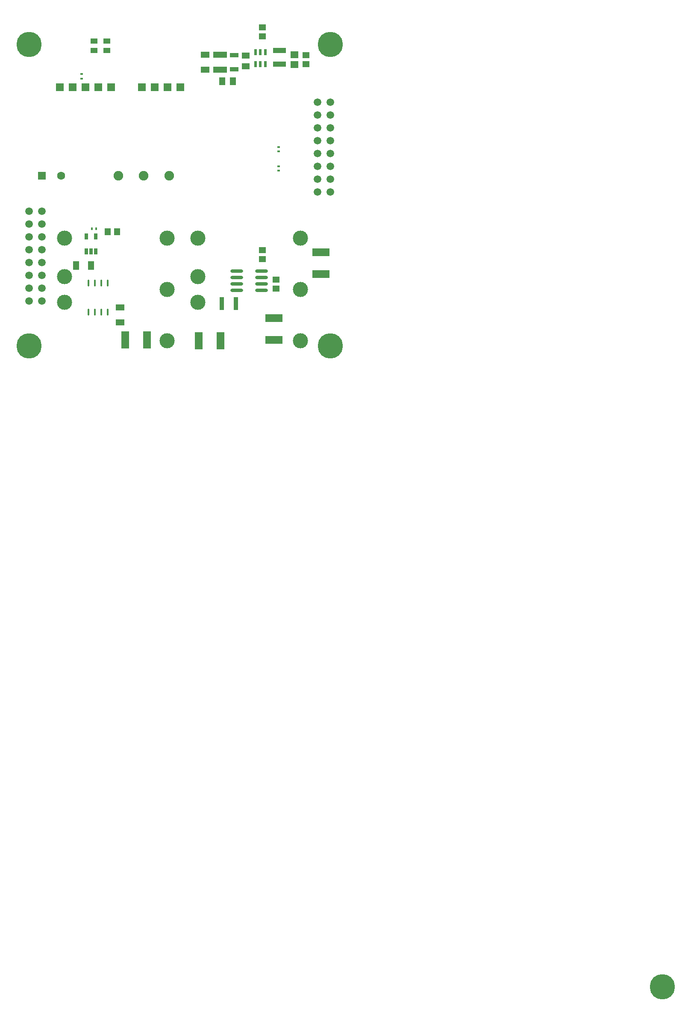
<source format=gbr>
G04 Layer_Color=255*
%FSLAX26Y26*%
%MOIN*%
%TF.FileFunction,Pads,Bot*%
%TF.Part,Single*%
G01*
G75*
%TA.AperFunction,SMDPad,CuDef*%
%ADD11R,0.037402X0.102362*%
%ADD12R,0.045276X0.057087*%
%ADD13R,0.059055X0.049213*%
%TA.AperFunction,ComponentPad*%
%ADD18C,0.059055*%
%TA.AperFunction,ViaPad*%
%ADD19C,0.196850*%
%TA.AperFunction,ComponentPad*%
%ADD20R,0.060000X0.060000*%
%ADD21R,0.060000X0.060000*%
%ADD22C,0.118110*%
%ADD23C,0.074803*%
%ADD24R,0.062992X0.062992*%
%ADD25C,0.062992*%
%TA.AperFunction,SMDPad,CuDef*%
%ADD27R,0.057087X0.045276*%
%ADD28O,0.098425X0.027559*%
%ADD29R,0.066929X0.037402*%
%ADD30R,0.106299X0.045276*%
%ADD31R,0.070866X0.045276*%
%ADD32R,0.061024X0.053150*%
%ADD33R,0.137795X0.062992*%
%ADD34R,0.062992X0.137795*%
%ADD35R,0.102362X0.043307*%
%ADD36R,0.049213X0.059055*%
%ADD37R,0.021654X0.051181*%
%ADD38R,0.017716X0.021654*%
G04:AMPARAMS|DCode=39|XSize=25.591mil|YSize=47.244mil|CornerRadius=1.919mil|HoleSize=0mil|Usage=FLASHONLY|Rotation=0.000|XOffset=0mil|YOffset=0mil|HoleType=Round|Shape=RoundedRectangle|*
%AMROUNDEDRECTD39*
21,1,0.025591,0.043406,0,0,0.0*
21,1,0.021752,0.047244,0,0,0.0*
1,1,0.003839,0.010876,-0.021703*
1,1,0.003839,-0.010876,-0.021703*
1,1,0.003839,-0.010876,0.021703*
1,1,0.003839,0.010876,0.021703*
%
%ADD39ROUNDEDRECTD39*%
%ADD40R,0.045276X0.070866*%
%ADD41O,0.013780X0.055118*%
%ADD42R,0.055118X0.041339*%
%ADD43R,0.021654X0.017716*%
D11*
X1467024Y-2541629D02*
D03*
X1356788D02*
D03*
D12*
X538284Y-1982063D02*
D03*
X467417D02*
D03*
D13*
X1541850Y-609779D02*
D03*
Y-692457D02*
D03*
D18*
X2202850Y-972063D02*
D03*
Y-1072063D02*
D03*
Y-1172063D02*
D03*
Y-1272063D02*
D03*
Y-1372063D02*
D03*
X2102850Y-972063D02*
D03*
Y-1072063D02*
D03*
Y-1172063D02*
D03*
Y-1272063D02*
D03*
Y-1372063D02*
D03*
X2202850Y-1472063D02*
D03*
Y-1572063D02*
D03*
Y-1672063D02*
D03*
X2102850Y-1472063D02*
D03*
Y-1572063D02*
D03*
Y-1672063D02*
D03*
X-47150Y-1822063D02*
D03*
Y-1922063D02*
D03*
Y-2022063D02*
D03*
Y-2122063D02*
D03*
Y-2222063D02*
D03*
X-147150Y-1822063D02*
D03*
Y-1922063D02*
D03*
Y-2022063D02*
D03*
Y-2122063D02*
D03*
Y-2222063D02*
D03*
X-47150Y-2322063D02*
D03*
Y-2422063D02*
D03*
Y-2522063D02*
D03*
X-147150Y-2322063D02*
D03*
Y-2422063D02*
D03*
Y-2522063D02*
D03*
D19*
X4791394Y-7871203D02*
D03*
X-147150Y-2872063D02*
D03*
X2202850D02*
D03*
X-147150Y-522063D02*
D03*
X2202850D02*
D03*
D20*
X393662Y-857181D02*
D03*
X293662D02*
D03*
X193662D02*
D03*
X93662D02*
D03*
X493662D02*
D03*
D21*
X1031850D02*
D03*
X931850D02*
D03*
X831850D02*
D03*
X731850D02*
D03*
D22*
X927850Y-2033559D02*
D03*
Y-2433559D02*
D03*
Y-2833559D02*
D03*
X127850Y-2033559D02*
D03*
Y-2533559D02*
D03*
Y-2333559D02*
D03*
X1967890Y-2831984D02*
D03*
Y-2031984D02*
D03*
X1167890Y-2531984D02*
D03*
Y-2331984D02*
D03*
Y-2031984D02*
D03*
X1967890Y-2431984D02*
D03*
D23*
X548126Y-1547063D02*
D03*
X944976D02*
D03*
X746551D02*
D03*
D24*
X-47150D02*
D03*
D25*
X101669D02*
D03*
D27*
X1672848Y-2197497D02*
D03*
Y-2126631D02*
D03*
X1779904Y-2426063D02*
D03*
Y-2355197D02*
D03*
X2011850Y-676553D02*
D03*
Y-605687D02*
D03*
X1671614Y-388678D02*
D03*
Y-459544D02*
D03*
D28*
X1666566Y-2288535D02*
D03*
Y-2338535D02*
D03*
Y-2388535D02*
D03*
Y-2438535D02*
D03*
X1473654Y-2288535D02*
D03*
Y-2338535D02*
D03*
Y-2388535D02*
D03*
Y-2438535D02*
D03*
D29*
X1451850Y-716239D02*
D03*
Y-606001D02*
D03*
D30*
X1341850Y-720173D02*
D03*
Y-602063D02*
D03*
D31*
X1224504Y-719897D02*
D03*
Y-601787D02*
D03*
X562850Y-2573007D02*
D03*
Y-2691117D02*
D03*
D32*
X1921850Y-680489D02*
D03*
Y-601749D02*
D03*
D33*
X1761850Y-2657419D02*
D03*
Y-2826709D02*
D03*
X2127906Y-2143983D02*
D03*
Y-2313275D02*
D03*
D34*
X1177206Y-2832063D02*
D03*
X1346496D02*
D03*
X603716Y-2825685D02*
D03*
X773008D02*
D03*
D35*
X1807181Y-569307D02*
D03*
Y-675607D02*
D03*
D36*
X1443188Y-811121D02*
D03*
X1360512D02*
D03*
D37*
X1695000Y-582459D02*
D03*
X1657598D02*
D03*
X1620196D02*
D03*
Y-676947D02*
D03*
X1657598D02*
D03*
X1695000D02*
D03*
D38*
X341188Y-1958629D02*
D03*
X376622D02*
D03*
D39*
X373306Y-2019559D02*
D03*
X298504D02*
D03*
Y-2135701D02*
D03*
X335906D02*
D03*
X373306D02*
D03*
D40*
X218794Y-2247063D02*
D03*
X336904D02*
D03*
D41*
X467087Y-2608165D02*
D03*
X417087D02*
D03*
X367087D02*
D03*
X317087D02*
D03*
X467087Y-2381787D02*
D03*
X417087D02*
D03*
X367087D02*
D03*
X317087D02*
D03*
D42*
X360961Y-571355D02*
D03*
Y-496552D02*
D03*
X460961Y-571355D02*
D03*
Y-496552D02*
D03*
D43*
X262850Y-754347D02*
D03*
Y-789779D02*
D03*
X1800000Y-1322283D02*
D03*
Y-1357716D02*
D03*
Y-1472283D02*
D03*
Y-1507716D02*
D03*
%TF.MD5,4d5cb9476afe2a2c322da514f095b4ea*%
M02*

</source>
